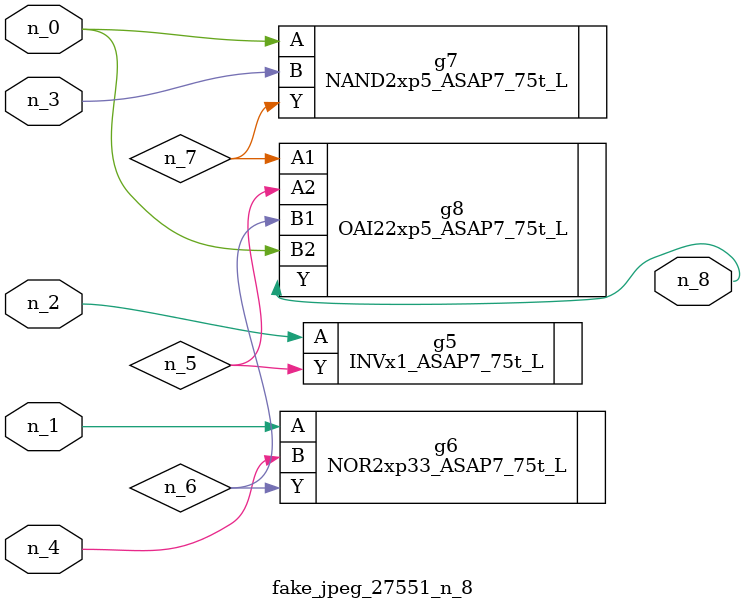
<source format=v>
module fake_jpeg_27551_n_8 (n_3, n_2, n_1, n_0, n_4, n_8);

input n_3;
input n_2;
input n_1;
input n_0;
input n_4;

output n_8;

wire n_6;
wire n_5;
wire n_7;

INVx1_ASAP7_75t_L g5 ( 
.A(n_2),
.Y(n_5)
);

NOR2xp33_ASAP7_75t_L g6 ( 
.A(n_1),
.B(n_4),
.Y(n_6)
);

NAND2xp5_ASAP7_75t_L g7 ( 
.A(n_0),
.B(n_3),
.Y(n_7)
);

OAI22xp5_ASAP7_75t_L g8 ( 
.A1(n_7),
.A2(n_5),
.B1(n_6),
.B2(n_0),
.Y(n_8)
);


endmodule
</source>
